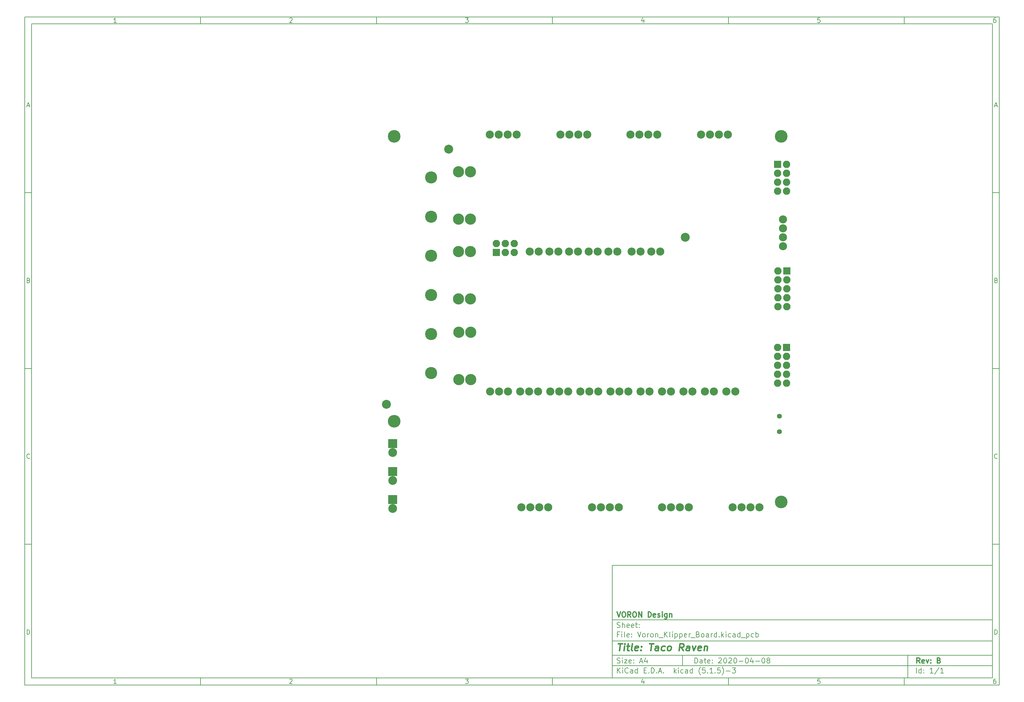
<source format=gbs>
G04 #@! TF.GenerationSoftware,KiCad,Pcbnew,(5.1.5)-3*
G04 #@! TF.CreationDate,2020-04-08T23:35:01-04:00*
G04 #@! TF.ProjectId,Voron_Klipper_Board,566f726f-6e5f-44b6-9c69-707065725f42,B*
G04 #@! TF.SameCoordinates,Original*
G04 #@! TF.FileFunction,Soldermask,Bot*
G04 #@! TF.FilePolarity,Negative*
%FSLAX46Y46*%
G04 Gerber Fmt 4.6, Leading zero omitted, Abs format (unit mm)*
G04 Created by KiCad (PCBNEW (5.1.5)-3) date 2020-04-08 23:35:01*
%MOMM*%
%LPD*%
G04 APERTURE LIST*
%ADD10C,0.100000*%
%ADD11C,0.150000*%
%ADD12C,0.300000*%
%ADD13C,0.400000*%
%ADD14C,2.305000*%
%ADD15C,2.540000*%
%ADD16C,3.600000*%
%ADD17C,3.448000*%
%ADD18C,3.180000*%
%ADD19O,2.100000X2.100000*%
%ADD20R,2.100000X2.100000*%
%ADD21C,2.500000*%
%ADD22R,2.500000X2.500000*%
%ADD23C,1.400000*%
G04 APERTURE END LIST*
D10*
D11*
X177002200Y-166007200D02*
X177002200Y-198007200D01*
X285002200Y-198007200D01*
X285002200Y-166007200D01*
X177002200Y-166007200D01*
D10*
D11*
X10000000Y-10000000D02*
X10000000Y-200007200D01*
X287002200Y-200007200D01*
X287002200Y-10000000D01*
X10000000Y-10000000D01*
D10*
D11*
X12000000Y-12000000D02*
X12000000Y-198007200D01*
X285002200Y-198007200D01*
X285002200Y-12000000D01*
X12000000Y-12000000D01*
D10*
D11*
X60000000Y-12000000D02*
X60000000Y-10000000D01*
D10*
D11*
X110000000Y-12000000D02*
X110000000Y-10000000D01*
D10*
D11*
X160000000Y-12000000D02*
X160000000Y-10000000D01*
D10*
D11*
X210000000Y-12000000D02*
X210000000Y-10000000D01*
D10*
D11*
X260000000Y-12000000D02*
X260000000Y-10000000D01*
D10*
D11*
X36065476Y-11588095D02*
X35322619Y-11588095D01*
X35694047Y-11588095D02*
X35694047Y-10288095D01*
X35570238Y-10473809D01*
X35446428Y-10597619D01*
X35322619Y-10659523D01*
D10*
D11*
X85322619Y-10411904D02*
X85384523Y-10350000D01*
X85508333Y-10288095D01*
X85817857Y-10288095D01*
X85941666Y-10350000D01*
X86003571Y-10411904D01*
X86065476Y-10535714D01*
X86065476Y-10659523D01*
X86003571Y-10845238D01*
X85260714Y-11588095D01*
X86065476Y-11588095D01*
D10*
D11*
X135260714Y-10288095D02*
X136065476Y-10288095D01*
X135632142Y-10783333D01*
X135817857Y-10783333D01*
X135941666Y-10845238D01*
X136003571Y-10907142D01*
X136065476Y-11030952D01*
X136065476Y-11340476D01*
X136003571Y-11464285D01*
X135941666Y-11526190D01*
X135817857Y-11588095D01*
X135446428Y-11588095D01*
X135322619Y-11526190D01*
X135260714Y-11464285D01*
D10*
D11*
X185941666Y-10721428D02*
X185941666Y-11588095D01*
X185632142Y-10226190D02*
X185322619Y-11154761D01*
X186127380Y-11154761D01*
D10*
D11*
X236003571Y-10288095D02*
X235384523Y-10288095D01*
X235322619Y-10907142D01*
X235384523Y-10845238D01*
X235508333Y-10783333D01*
X235817857Y-10783333D01*
X235941666Y-10845238D01*
X236003571Y-10907142D01*
X236065476Y-11030952D01*
X236065476Y-11340476D01*
X236003571Y-11464285D01*
X235941666Y-11526190D01*
X235817857Y-11588095D01*
X235508333Y-11588095D01*
X235384523Y-11526190D01*
X235322619Y-11464285D01*
D10*
D11*
X285941666Y-10288095D02*
X285694047Y-10288095D01*
X285570238Y-10350000D01*
X285508333Y-10411904D01*
X285384523Y-10597619D01*
X285322619Y-10845238D01*
X285322619Y-11340476D01*
X285384523Y-11464285D01*
X285446428Y-11526190D01*
X285570238Y-11588095D01*
X285817857Y-11588095D01*
X285941666Y-11526190D01*
X286003571Y-11464285D01*
X286065476Y-11340476D01*
X286065476Y-11030952D01*
X286003571Y-10907142D01*
X285941666Y-10845238D01*
X285817857Y-10783333D01*
X285570238Y-10783333D01*
X285446428Y-10845238D01*
X285384523Y-10907142D01*
X285322619Y-11030952D01*
D10*
D11*
X60000000Y-198007200D02*
X60000000Y-200007200D01*
D10*
D11*
X110000000Y-198007200D02*
X110000000Y-200007200D01*
D10*
D11*
X160000000Y-198007200D02*
X160000000Y-200007200D01*
D10*
D11*
X210000000Y-198007200D02*
X210000000Y-200007200D01*
D10*
D11*
X260000000Y-198007200D02*
X260000000Y-200007200D01*
D10*
D11*
X36065476Y-199595295D02*
X35322619Y-199595295D01*
X35694047Y-199595295D02*
X35694047Y-198295295D01*
X35570238Y-198481009D01*
X35446428Y-198604819D01*
X35322619Y-198666723D01*
D10*
D11*
X85322619Y-198419104D02*
X85384523Y-198357200D01*
X85508333Y-198295295D01*
X85817857Y-198295295D01*
X85941666Y-198357200D01*
X86003571Y-198419104D01*
X86065476Y-198542914D01*
X86065476Y-198666723D01*
X86003571Y-198852438D01*
X85260714Y-199595295D01*
X86065476Y-199595295D01*
D10*
D11*
X135260714Y-198295295D02*
X136065476Y-198295295D01*
X135632142Y-198790533D01*
X135817857Y-198790533D01*
X135941666Y-198852438D01*
X136003571Y-198914342D01*
X136065476Y-199038152D01*
X136065476Y-199347676D01*
X136003571Y-199471485D01*
X135941666Y-199533390D01*
X135817857Y-199595295D01*
X135446428Y-199595295D01*
X135322619Y-199533390D01*
X135260714Y-199471485D01*
D10*
D11*
X185941666Y-198728628D02*
X185941666Y-199595295D01*
X185632142Y-198233390D02*
X185322619Y-199161961D01*
X186127380Y-199161961D01*
D10*
D11*
X236003571Y-198295295D02*
X235384523Y-198295295D01*
X235322619Y-198914342D01*
X235384523Y-198852438D01*
X235508333Y-198790533D01*
X235817857Y-198790533D01*
X235941666Y-198852438D01*
X236003571Y-198914342D01*
X236065476Y-199038152D01*
X236065476Y-199347676D01*
X236003571Y-199471485D01*
X235941666Y-199533390D01*
X235817857Y-199595295D01*
X235508333Y-199595295D01*
X235384523Y-199533390D01*
X235322619Y-199471485D01*
D10*
D11*
X285941666Y-198295295D02*
X285694047Y-198295295D01*
X285570238Y-198357200D01*
X285508333Y-198419104D01*
X285384523Y-198604819D01*
X285322619Y-198852438D01*
X285322619Y-199347676D01*
X285384523Y-199471485D01*
X285446428Y-199533390D01*
X285570238Y-199595295D01*
X285817857Y-199595295D01*
X285941666Y-199533390D01*
X286003571Y-199471485D01*
X286065476Y-199347676D01*
X286065476Y-199038152D01*
X286003571Y-198914342D01*
X285941666Y-198852438D01*
X285817857Y-198790533D01*
X285570238Y-198790533D01*
X285446428Y-198852438D01*
X285384523Y-198914342D01*
X285322619Y-199038152D01*
D10*
D11*
X10000000Y-60000000D02*
X12000000Y-60000000D01*
D10*
D11*
X10000000Y-110000000D02*
X12000000Y-110000000D01*
D10*
D11*
X10000000Y-160000000D02*
X12000000Y-160000000D01*
D10*
D11*
X10690476Y-35216666D02*
X11309523Y-35216666D01*
X10566666Y-35588095D02*
X11000000Y-34288095D01*
X11433333Y-35588095D01*
D10*
D11*
X11092857Y-84907142D02*
X11278571Y-84969047D01*
X11340476Y-85030952D01*
X11402380Y-85154761D01*
X11402380Y-85340476D01*
X11340476Y-85464285D01*
X11278571Y-85526190D01*
X11154761Y-85588095D01*
X10659523Y-85588095D01*
X10659523Y-84288095D01*
X11092857Y-84288095D01*
X11216666Y-84350000D01*
X11278571Y-84411904D01*
X11340476Y-84535714D01*
X11340476Y-84659523D01*
X11278571Y-84783333D01*
X11216666Y-84845238D01*
X11092857Y-84907142D01*
X10659523Y-84907142D01*
D10*
D11*
X11402380Y-135464285D02*
X11340476Y-135526190D01*
X11154761Y-135588095D01*
X11030952Y-135588095D01*
X10845238Y-135526190D01*
X10721428Y-135402380D01*
X10659523Y-135278571D01*
X10597619Y-135030952D01*
X10597619Y-134845238D01*
X10659523Y-134597619D01*
X10721428Y-134473809D01*
X10845238Y-134350000D01*
X11030952Y-134288095D01*
X11154761Y-134288095D01*
X11340476Y-134350000D01*
X11402380Y-134411904D01*
D10*
D11*
X10659523Y-185588095D02*
X10659523Y-184288095D01*
X10969047Y-184288095D01*
X11154761Y-184350000D01*
X11278571Y-184473809D01*
X11340476Y-184597619D01*
X11402380Y-184845238D01*
X11402380Y-185030952D01*
X11340476Y-185278571D01*
X11278571Y-185402380D01*
X11154761Y-185526190D01*
X10969047Y-185588095D01*
X10659523Y-185588095D01*
D10*
D11*
X287002200Y-60000000D02*
X285002200Y-60000000D01*
D10*
D11*
X287002200Y-110000000D02*
X285002200Y-110000000D01*
D10*
D11*
X287002200Y-160000000D02*
X285002200Y-160000000D01*
D10*
D11*
X285692676Y-35216666D02*
X286311723Y-35216666D01*
X285568866Y-35588095D02*
X286002200Y-34288095D01*
X286435533Y-35588095D01*
D10*
D11*
X286095057Y-84907142D02*
X286280771Y-84969047D01*
X286342676Y-85030952D01*
X286404580Y-85154761D01*
X286404580Y-85340476D01*
X286342676Y-85464285D01*
X286280771Y-85526190D01*
X286156961Y-85588095D01*
X285661723Y-85588095D01*
X285661723Y-84288095D01*
X286095057Y-84288095D01*
X286218866Y-84350000D01*
X286280771Y-84411904D01*
X286342676Y-84535714D01*
X286342676Y-84659523D01*
X286280771Y-84783333D01*
X286218866Y-84845238D01*
X286095057Y-84907142D01*
X285661723Y-84907142D01*
D10*
D11*
X286404580Y-135464285D02*
X286342676Y-135526190D01*
X286156961Y-135588095D01*
X286033152Y-135588095D01*
X285847438Y-135526190D01*
X285723628Y-135402380D01*
X285661723Y-135278571D01*
X285599819Y-135030952D01*
X285599819Y-134845238D01*
X285661723Y-134597619D01*
X285723628Y-134473809D01*
X285847438Y-134350000D01*
X286033152Y-134288095D01*
X286156961Y-134288095D01*
X286342676Y-134350000D01*
X286404580Y-134411904D01*
D10*
D11*
X285661723Y-185588095D02*
X285661723Y-184288095D01*
X285971247Y-184288095D01*
X286156961Y-184350000D01*
X286280771Y-184473809D01*
X286342676Y-184597619D01*
X286404580Y-184845238D01*
X286404580Y-185030952D01*
X286342676Y-185278571D01*
X286280771Y-185402380D01*
X286156961Y-185526190D01*
X285971247Y-185588095D01*
X285661723Y-185588095D01*
D10*
D11*
X200434342Y-193785771D02*
X200434342Y-192285771D01*
X200791485Y-192285771D01*
X201005771Y-192357200D01*
X201148628Y-192500057D01*
X201220057Y-192642914D01*
X201291485Y-192928628D01*
X201291485Y-193142914D01*
X201220057Y-193428628D01*
X201148628Y-193571485D01*
X201005771Y-193714342D01*
X200791485Y-193785771D01*
X200434342Y-193785771D01*
X202577200Y-193785771D02*
X202577200Y-193000057D01*
X202505771Y-192857200D01*
X202362914Y-192785771D01*
X202077200Y-192785771D01*
X201934342Y-192857200D01*
X202577200Y-193714342D02*
X202434342Y-193785771D01*
X202077200Y-193785771D01*
X201934342Y-193714342D01*
X201862914Y-193571485D01*
X201862914Y-193428628D01*
X201934342Y-193285771D01*
X202077200Y-193214342D01*
X202434342Y-193214342D01*
X202577200Y-193142914D01*
X203077200Y-192785771D02*
X203648628Y-192785771D01*
X203291485Y-192285771D02*
X203291485Y-193571485D01*
X203362914Y-193714342D01*
X203505771Y-193785771D01*
X203648628Y-193785771D01*
X204720057Y-193714342D02*
X204577200Y-193785771D01*
X204291485Y-193785771D01*
X204148628Y-193714342D01*
X204077200Y-193571485D01*
X204077200Y-193000057D01*
X204148628Y-192857200D01*
X204291485Y-192785771D01*
X204577200Y-192785771D01*
X204720057Y-192857200D01*
X204791485Y-193000057D01*
X204791485Y-193142914D01*
X204077200Y-193285771D01*
X205434342Y-193642914D02*
X205505771Y-193714342D01*
X205434342Y-193785771D01*
X205362914Y-193714342D01*
X205434342Y-193642914D01*
X205434342Y-193785771D01*
X205434342Y-192857200D02*
X205505771Y-192928628D01*
X205434342Y-193000057D01*
X205362914Y-192928628D01*
X205434342Y-192857200D01*
X205434342Y-193000057D01*
X207220057Y-192428628D02*
X207291485Y-192357200D01*
X207434342Y-192285771D01*
X207791485Y-192285771D01*
X207934342Y-192357200D01*
X208005771Y-192428628D01*
X208077200Y-192571485D01*
X208077200Y-192714342D01*
X208005771Y-192928628D01*
X207148628Y-193785771D01*
X208077200Y-193785771D01*
X209005771Y-192285771D02*
X209148628Y-192285771D01*
X209291485Y-192357200D01*
X209362914Y-192428628D01*
X209434342Y-192571485D01*
X209505771Y-192857200D01*
X209505771Y-193214342D01*
X209434342Y-193500057D01*
X209362914Y-193642914D01*
X209291485Y-193714342D01*
X209148628Y-193785771D01*
X209005771Y-193785771D01*
X208862914Y-193714342D01*
X208791485Y-193642914D01*
X208720057Y-193500057D01*
X208648628Y-193214342D01*
X208648628Y-192857200D01*
X208720057Y-192571485D01*
X208791485Y-192428628D01*
X208862914Y-192357200D01*
X209005771Y-192285771D01*
X210077200Y-192428628D02*
X210148628Y-192357200D01*
X210291485Y-192285771D01*
X210648628Y-192285771D01*
X210791485Y-192357200D01*
X210862914Y-192428628D01*
X210934342Y-192571485D01*
X210934342Y-192714342D01*
X210862914Y-192928628D01*
X210005771Y-193785771D01*
X210934342Y-193785771D01*
X211862914Y-192285771D02*
X212005771Y-192285771D01*
X212148628Y-192357200D01*
X212220057Y-192428628D01*
X212291485Y-192571485D01*
X212362914Y-192857200D01*
X212362914Y-193214342D01*
X212291485Y-193500057D01*
X212220057Y-193642914D01*
X212148628Y-193714342D01*
X212005771Y-193785771D01*
X211862914Y-193785771D01*
X211720057Y-193714342D01*
X211648628Y-193642914D01*
X211577200Y-193500057D01*
X211505771Y-193214342D01*
X211505771Y-192857200D01*
X211577200Y-192571485D01*
X211648628Y-192428628D01*
X211720057Y-192357200D01*
X211862914Y-192285771D01*
X213005771Y-193214342D02*
X214148628Y-193214342D01*
X215148628Y-192285771D02*
X215291485Y-192285771D01*
X215434342Y-192357200D01*
X215505771Y-192428628D01*
X215577200Y-192571485D01*
X215648628Y-192857200D01*
X215648628Y-193214342D01*
X215577200Y-193500057D01*
X215505771Y-193642914D01*
X215434342Y-193714342D01*
X215291485Y-193785771D01*
X215148628Y-193785771D01*
X215005771Y-193714342D01*
X214934342Y-193642914D01*
X214862914Y-193500057D01*
X214791485Y-193214342D01*
X214791485Y-192857200D01*
X214862914Y-192571485D01*
X214934342Y-192428628D01*
X215005771Y-192357200D01*
X215148628Y-192285771D01*
X216934342Y-192785771D02*
X216934342Y-193785771D01*
X216577200Y-192214342D02*
X216220057Y-193285771D01*
X217148628Y-193285771D01*
X217720057Y-193214342D02*
X218862914Y-193214342D01*
X219862914Y-192285771D02*
X220005771Y-192285771D01*
X220148628Y-192357200D01*
X220220057Y-192428628D01*
X220291485Y-192571485D01*
X220362914Y-192857200D01*
X220362914Y-193214342D01*
X220291485Y-193500057D01*
X220220057Y-193642914D01*
X220148628Y-193714342D01*
X220005771Y-193785771D01*
X219862914Y-193785771D01*
X219720057Y-193714342D01*
X219648628Y-193642914D01*
X219577200Y-193500057D01*
X219505771Y-193214342D01*
X219505771Y-192857200D01*
X219577200Y-192571485D01*
X219648628Y-192428628D01*
X219720057Y-192357200D01*
X219862914Y-192285771D01*
X221220057Y-192928628D02*
X221077200Y-192857200D01*
X221005771Y-192785771D01*
X220934342Y-192642914D01*
X220934342Y-192571485D01*
X221005771Y-192428628D01*
X221077200Y-192357200D01*
X221220057Y-192285771D01*
X221505771Y-192285771D01*
X221648628Y-192357200D01*
X221720057Y-192428628D01*
X221791485Y-192571485D01*
X221791485Y-192642914D01*
X221720057Y-192785771D01*
X221648628Y-192857200D01*
X221505771Y-192928628D01*
X221220057Y-192928628D01*
X221077200Y-193000057D01*
X221005771Y-193071485D01*
X220934342Y-193214342D01*
X220934342Y-193500057D01*
X221005771Y-193642914D01*
X221077200Y-193714342D01*
X221220057Y-193785771D01*
X221505771Y-193785771D01*
X221648628Y-193714342D01*
X221720057Y-193642914D01*
X221791485Y-193500057D01*
X221791485Y-193214342D01*
X221720057Y-193071485D01*
X221648628Y-193000057D01*
X221505771Y-192928628D01*
D10*
D11*
X177002200Y-194507200D02*
X285002200Y-194507200D01*
D10*
D11*
X178434342Y-196585771D02*
X178434342Y-195085771D01*
X179291485Y-196585771D02*
X178648628Y-195728628D01*
X179291485Y-195085771D02*
X178434342Y-195942914D01*
X179934342Y-196585771D02*
X179934342Y-195585771D01*
X179934342Y-195085771D02*
X179862914Y-195157200D01*
X179934342Y-195228628D01*
X180005771Y-195157200D01*
X179934342Y-195085771D01*
X179934342Y-195228628D01*
X181505771Y-196442914D02*
X181434342Y-196514342D01*
X181220057Y-196585771D01*
X181077200Y-196585771D01*
X180862914Y-196514342D01*
X180720057Y-196371485D01*
X180648628Y-196228628D01*
X180577200Y-195942914D01*
X180577200Y-195728628D01*
X180648628Y-195442914D01*
X180720057Y-195300057D01*
X180862914Y-195157200D01*
X181077200Y-195085771D01*
X181220057Y-195085771D01*
X181434342Y-195157200D01*
X181505771Y-195228628D01*
X182791485Y-196585771D02*
X182791485Y-195800057D01*
X182720057Y-195657200D01*
X182577200Y-195585771D01*
X182291485Y-195585771D01*
X182148628Y-195657200D01*
X182791485Y-196514342D02*
X182648628Y-196585771D01*
X182291485Y-196585771D01*
X182148628Y-196514342D01*
X182077200Y-196371485D01*
X182077200Y-196228628D01*
X182148628Y-196085771D01*
X182291485Y-196014342D01*
X182648628Y-196014342D01*
X182791485Y-195942914D01*
X184148628Y-196585771D02*
X184148628Y-195085771D01*
X184148628Y-196514342D02*
X184005771Y-196585771D01*
X183720057Y-196585771D01*
X183577200Y-196514342D01*
X183505771Y-196442914D01*
X183434342Y-196300057D01*
X183434342Y-195871485D01*
X183505771Y-195728628D01*
X183577200Y-195657200D01*
X183720057Y-195585771D01*
X184005771Y-195585771D01*
X184148628Y-195657200D01*
X186005771Y-195800057D02*
X186505771Y-195800057D01*
X186720057Y-196585771D02*
X186005771Y-196585771D01*
X186005771Y-195085771D01*
X186720057Y-195085771D01*
X187362914Y-196442914D02*
X187434342Y-196514342D01*
X187362914Y-196585771D01*
X187291485Y-196514342D01*
X187362914Y-196442914D01*
X187362914Y-196585771D01*
X188077200Y-196585771D02*
X188077200Y-195085771D01*
X188434342Y-195085771D01*
X188648628Y-195157200D01*
X188791485Y-195300057D01*
X188862914Y-195442914D01*
X188934342Y-195728628D01*
X188934342Y-195942914D01*
X188862914Y-196228628D01*
X188791485Y-196371485D01*
X188648628Y-196514342D01*
X188434342Y-196585771D01*
X188077200Y-196585771D01*
X189577200Y-196442914D02*
X189648628Y-196514342D01*
X189577200Y-196585771D01*
X189505771Y-196514342D01*
X189577200Y-196442914D01*
X189577200Y-196585771D01*
X190220057Y-196157200D02*
X190934342Y-196157200D01*
X190077200Y-196585771D02*
X190577200Y-195085771D01*
X191077200Y-196585771D01*
X191577200Y-196442914D02*
X191648628Y-196514342D01*
X191577200Y-196585771D01*
X191505771Y-196514342D01*
X191577200Y-196442914D01*
X191577200Y-196585771D01*
X194577200Y-196585771D02*
X194577200Y-195085771D01*
X194720057Y-196014342D02*
X195148628Y-196585771D01*
X195148628Y-195585771D02*
X194577200Y-196157200D01*
X195791485Y-196585771D02*
X195791485Y-195585771D01*
X195791485Y-195085771D02*
X195720057Y-195157200D01*
X195791485Y-195228628D01*
X195862914Y-195157200D01*
X195791485Y-195085771D01*
X195791485Y-195228628D01*
X197148628Y-196514342D02*
X197005771Y-196585771D01*
X196720057Y-196585771D01*
X196577200Y-196514342D01*
X196505771Y-196442914D01*
X196434342Y-196300057D01*
X196434342Y-195871485D01*
X196505771Y-195728628D01*
X196577200Y-195657200D01*
X196720057Y-195585771D01*
X197005771Y-195585771D01*
X197148628Y-195657200D01*
X198434342Y-196585771D02*
X198434342Y-195800057D01*
X198362914Y-195657200D01*
X198220057Y-195585771D01*
X197934342Y-195585771D01*
X197791485Y-195657200D01*
X198434342Y-196514342D02*
X198291485Y-196585771D01*
X197934342Y-196585771D01*
X197791485Y-196514342D01*
X197720057Y-196371485D01*
X197720057Y-196228628D01*
X197791485Y-196085771D01*
X197934342Y-196014342D01*
X198291485Y-196014342D01*
X198434342Y-195942914D01*
X199791485Y-196585771D02*
X199791485Y-195085771D01*
X199791485Y-196514342D02*
X199648628Y-196585771D01*
X199362914Y-196585771D01*
X199220057Y-196514342D01*
X199148628Y-196442914D01*
X199077200Y-196300057D01*
X199077200Y-195871485D01*
X199148628Y-195728628D01*
X199220057Y-195657200D01*
X199362914Y-195585771D01*
X199648628Y-195585771D01*
X199791485Y-195657200D01*
X202077200Y-197157200D02*
X202005771Y-197085771D01*
X201862914Y-196871485D01*
X201791485Y-196728628D01*
X201720057Y-196514342D01*
X201648628Y-196157200D01*
X201648628Y-195871485D01*
X201720057Y-195514342D01*
X201791485Y-195300057D01*
X201862914Y-195157200D01*
X202005771Y-194942914D01*
X202077200Y-194871485D01*
X203362914Y-195085771D02*
X202648628Y-195085771D01*
X202577200Y-195800057D01*
X202648628Y-195728628D01*
X202791485Y-195657200D01*
X203148628Y-195657200D01*
X203291485Y-195728628D01*
X203362914Y-195800057D01*
X203434342Y-195942914D01*
X203434342Y-196300057D01*
X203362914Y-196442914D01*
X203291485Y-196514342D01*
X203148628Y-196585771D01*
X202791485Y-196585771D01*
X202648628Y-196514342D01*
X202577200Y-196442914D01*
X204077200Y-196442914D02*
X204148628Y-196514342D01*
X204077200Y-196585771D01*
X204005771Y-196514342D01*
X204077200Y-196442914D01*
X204077200Y-196585771D01*
X205577200Y-196585771D02*
X204720057Y-196585771D01*
X205148628Y-196585771D02*
X205148628Y-195085771D01*
X205005771Y-195300057D01*
X204862914Y-195442914D01*
X204720057Y-195514342D01*
X206220057Y-196442914D02*
X206291485Y-196514342D01*
X206220057Y-196585771D01*
X206148628Y-196514342D01*
X206220057Y-196442914D01*
X206220057Y-196585771D01*
X207648628Y-195085771D02*
X206934342Y-195085771D01*
X206862914Y-195800057D01*
X206934342Y-195728628D01*
X207077200Y-195657200D01*
X207434342Y-195657200D01*
X207577200Y-195728628D01*
X207648628Y-195800057D01*
X207720057Y-195942914D01*
X207720057Y-196300057D01*
X207648628Y-196442914D01*
X207577200Y-196514342D01*
X207434342Y-196585771D01*
X207077200Y-196585771D01*
X206934342Y-196514342D01*
X206862914Y-196442914D01*
X208220057Y-197157200D02*
X208291485Y-197085771D01*
X208434342Y-196871485D01*
X208505771Y-196728628D01*
X208577200Y-196514342D01*
X208648628Y-196157200D01*
X208648628Y-195871485D01*
X208577200Y-195514342D01*
X208505771Y-195300057D01*
X208434342Y-195157200D01*
X208291485Y-194942914D01*
X208220057Y-194871485D01*
X209362914Y-196014342D02*
X210505771Y-196014342D01*
X211077200Y-195085771D02*
X212005771Y-195085771D01*
X211505771Y-195657200D01*
X211720057Y-195657200D01*
X211862914Y-195728628D01*
X211934342Y-195800057D01*
X212005771Y-195942914D01*
X212005771Y-196300057D01*
X211934342Y-196442914D01*
X211862914Y-196514342D01*
X211720057Y-196585771D01*
X211291485Y-196585771D01*
X211148628Y-196514342D01*
X211077200Y-196442914D01*
D10*
D11*
X177002200Y-191507200D02*
X285002200Y-191507200D01*
D10*
D12*
X264411485Y-193785771D02*
X263911485Y-193071485D01*
X263554342Y-193785771D02*
X263554342Y-192285771D01*
X264125771Y-192285771D01*
X264268628Y-192357200D01*
X264340057Y-192428628D01*
X264411485Y-192571485D01*
X264411485Y-192785771D01*
X264340057Y-192928628D01*
X264268628Y-193000057D01*
X264125771Y-193071485D01*
X263554342Y-193071485D01*
X265625771Y-193714342D02*
X265482914Y-193785771D01*
X265197200Y-193785771D01*
X265054342Y-193714342D01*
X264982914Y-193571485D01*
X264982914Y-193000057D01*
X265054342Y-192857200D01*
X265197200Y-192785771D01*
X265482914Y-192785771D01*
X265625771Y-192857200D01*
X265697200Y-193000057D01*
X265697200Y-193142914D01*
X264982914Y-193285771D01*
X266197200Y-192785771D02*
X266554342Y-193785771D01*
X266911485Y-192785771D01*
X267482914Y-193642914D02*
X267554342Y-193714342D01*
X267482914Y-193785771D01*
X267411485Y-193714342D01*
X267482914Y-193642914D01*
X267482914Y-193785771D01*
X267482914Y-192857200D02*
X267554342Y-192928628D01*
X267482914Y-193000057D01*
X267411485Y-192928628D01*
X267482914Y-192857200D01*
X267482914Y-193000057D01*
X269840057Y-193000057D02*
X270054342Y-193071485D01*
X270125771Y-193142914D01*
X270197200Y-193285771D01*
X270197200Y-193500057D01*
X270125771Y-193642914D01*
X270054342Y-193714342D01*
X269911485Y-193785771D01*
X269340057Y-193785771D01*
X269340057Y-192285771D01*
X269840057Y-192285771D01*
X269982914Y-192357200D01*
X270054342Y-192428628D01*
X270125771Y-192571485D01*
X270125771Y-192714342D01*
X270054342Y-192857200D01*
X269982914Y-192928628D01*
X269840057Y-193000057D01*
X269340057Y-193000057D01*
D10*
D11*
X178362914Y-193714342D02*
X178577200Y-193785771D01*
X178934342Y-193785771D01*
X179077200Y-193714342D01*
X179148628Y-193642914D01*
X179220057Y-193500057D01*
X179220057Y-193357200D01*
X179148628Y-193214342D01*
X179077200Y-193142914D01*
X178934342Y-193071485D01*
X178648628Y-193000057D01*
X178505771Y-192928628D01*
X178434342Y-192857200D01*
X178362914Y-192714342D01*
X178362914Y-192571485D01*
X178434342Y-192428628D01*
X178505771Y-192357200D01*
X178648628Y-192285771D01*
X179005771Y-192285771D01*
X179220057Y-192357200D01*
X179862914Y-193785771D02*
X179862914Y-192785771D01*
X179862914Y-192285771D02*
X179791485Y-192357200D01*
X179862914Y-192428628D01*
X179934342Y-192357200D01*
X179862914Y-192285771D01*
X179862914Y-192428628D01*
X180434342Y-192785771D02*
X181220057Y-192785771D01*
X180434342Y-193785771D01*
X181220057Y-193785771D01*
X182362914Y-193714342D02*
X182220057Y-193785771D01*
X181934342Y-193785771D01*
X181791485Y-193714342D01*
X181720057Y-193571485D01*
X181720057Y-193000057D01*
X181791485Y-192857200D01*
X181934342Y-192785771D01*
X182220057Y-192785771D01*
X182362914Y-192857200D01*
X182434342Y-193000057D01*
X182434342Y-193142914D01*
X181720057Y-193285771D01*
X183077200Y-193642914D02*
X183148628Y-193714342D01*
X183077200Y-193785771D01*
X183005771Y-193714342D01*
X183077200Y-193642914D01*
X183077200Y-193785771D01*
X183077200Y-192857200D02*
X183148628Y-192928628D01*
X183077200Y-193000057D01*
X183005771Y-192928628D01*
X183077200Y-192857200D01*
X183077200Y-193000057D01*
X184862914Y-193357200D02*
X185577200Y-193357200D01*
X184720057Y-193785771D02*
X185220057Y-192285771D01*
X185720057Y-193785771D01*
X186862914Y-192785771D02*
X186862914Y-193785771D01*
X186505771Y-192214342D02*
X186148628Y-193285771D01*
X187077200Y-193285771D01*
D10*
D11*
X263434342Y-196585771D02*
X263434342Y-195085771D01*
X264791485Y-196585771D02*
X264791485Y-195085771D01*
X264791485Y-196514342D02*
X264648628Y-196585771D01*
X264362914Y-196585771D01*
X264220057Y-196514342D01*
X264148628Y-196442914D01*
X264077200Y-196300057D01*
X264077200Y-195871485D01*
X264148628Y-195728628D01*
X264220057Y-195657200D01*
X264362914Y-195585771D01*
X264648628Y-195585771D01*
X264791485Y-195657200D01*
X265505771Y-196442914D02*
X265577200Y-196514342D01*
X265505771Y-196585771D01*
X265434342Y-196514342D01*
X265505771Y-196442914D01*
X265505771Y-196585771D01*
X265505771Y-195657200D02*
X265577200Y-195728628D01*
X265505771Y-195800057D01*
X265434342Y-195728628D01*
X265505771Y-195657200D01*
X265505771Y-195800057D01*
X268148628Y-196585771D02*
X267291485Y-196585771D01*
X267720057Y-196585771D02*
X267720057Y-195085771D01*
X267577200Y-195300057D01*
X267434342Y-195442914D01*
X267291485Y-195514342D01*
X269862914Y-195014342D02*
X268577200Y-196942914D01*
X271148628Y-196585771D02*
X270291485Y-196585771D01*
X270720057Y-196585771D02*
X270720057Y-195085771D01*
X270577200Y-195300057D01*
X270434342Y-195442914D01*
X270291485Y-195514342D01*
D10*
D11*
X177002200Y-187507200D02*
X285002200Y-187507200D01*
D10*
D13*
X178714580Y-188211961D02*
X179857438Y-188211961D01*
X179036009Y-190211961D02*
X179286009Y-188211961D01*
X180274104Y-190211961D02*
X180440771Y-188878628D01*
X180524104Y-188211961D02*
X180416961Y-188307200D01*
X180500295Y-188402438D01*
X180607438Y-188307200D01*
X180524104Y-188211961D01*
X180500295Y-188402438D01*
X181107438Y-188878628D02*
X181869342Y-188878628D01*
X181476485Y-188211961D02*
X181262200Y-189926247D01*
X181333628Y-190116723D01*
X181512200Y-190211961D01*
X181702676Y-190211961D01*
X182655057Y-190211961D02*
X182476485Y-190116723D01*
X182405057Y-189926247D01*
X182619342Y-188211961D01*
X184190771Y-190116723D02*
X183988390Y-190211961D01*
X183607438Y-190211961D01*
X183428866Y-190116723D01*
X183357438Y-189926247D01*
X183452676Y-189164342D01*
X183571723Y-188973866D01*
X183774104Y-188878628D01*
X184155057Y-188878628D01*
X184333628Y-188973866D01*
X184405057Y-189164342D01*
X184381247Y-189354819D01*
X183405057Y-189545295D01*
X185155057Y-190021485D02*
X185238390Y-190116723D01*
X185131247Y-190211961D01*
X185047914Y-190116723D01*
X185155057Y-190021485D01*
X185131247Y-190211961D01*
X185286009Y-188973866D02*
X185369342Y-189069104D01*
X185262200Y-189164342D01*
X185178866Y-189069104D01*
X185286009Y-188973866D01*
X185262200Y-189164342D01*
X187571723Y-188211961D02*
X188714580Y-188211961D01*
X187893152Y-190211961D02*
X188143152Y-188211961D01*
X189988390Y-190211961D02*
X190119342Y-189164342D01*
X190047914Y-188973866D01*
X189869342Y-188878628D01*
X189488390Y-188878628D01*
X189286009Y-188973866D01*
X190000295Y-190116723D02*
X189797914Y-190211961D01*
X189321723Y-190211961D01*
X189143152Y-190116723D01*
X189071723Y-189926247D01*
X189095533Y-189735771D01*
X189214580Y-189545295D01*
X189416961Y-189450057D01*
X189893152Y-189450057D01*
X190095533Y-189354819D01*
X191809819Y-190116723D02*
X191607438Y-190211961D01*
X191226485Y-190211961D01*
X191047914Y-190116723D01*
X190964580Y-190021485D01*
X190893152Y-189831009D01*
X190964580Y-189259580D01*
X191083628Y-189069104D01*
X191190771Y-188973866D01*
X191393152Y-188878628D01*
X191774104Y-188878628D01*
X191952676Y-188973866D01*
X192940771Y-190211961D02*
X192762200Y-190116723D01*
X192678866Y-190021485D01*
X192607438Y-189831009D01*
X192678866Y-189259580D01*
X192797914Y-189069104D01*
X192905057Y-188973866D01*
X193107438Y-188878628D01*
X193393152Y-188878628D01*
X193571723Y-188973866D01*
X193655057Y-189069104D01*
X193726485Y-189259580D01*
X193655057Y-189831009D01*
X193536009Y-190021485D01*
X193428866Y-190116723D01*
X193226485Y-190211961D01*
X192940771Y-190211961D01*
X197131247Y-190211961D02*
X196583628Y-189259580D01*
X195988390Y-190211961D02*
X196238390Y-188211961D01*
X197000295Y-188211961D01*
X197178866Y-188307200D01*
X197262200Y-188402438D01*
X197333628Y-188592914D01*
X197297914Y-188878628D01*
X197178866Y-189069104D01*
X197071723Y-189164342D01*
X196869342Y-189259580D01*
X196107438Y-189259580D01*
X198845533Y-190211961D02*
X198976485Y-189164342D01*
X198905057Y-188973866D01*
X198726485Y-188878628D01*
X198345533Y-188878628D01*
X198143152Y-188973866D01*
X198857438Y-190116723D02*
X198655057Y-190211961D01*
X198178866Y-190211961D01*
X198000295Y-190116723D01*
X197928866Y-189926247D01*
X197952676Y-189735771D01*
X198071723Y-189545295D01*
X198274104Y-189450057D01*
X198750295Y-189450057D01*
X198952676Y-189354819D01*
X199774104Y-188878628D02*
X200083628Y-190211961D01*
X200726485Y-188878628D01*
X202095533Y-190116723D02*
X201893152Y-190211961D01*
X201512200Y-190211961D01*
X201333628Y-190116723D01*
X201262200Y-189926247D01*
X201357438Y-189164342D01*
X201476485Y-188973866D01*
X201678866Y-188878628D01*
X202059819Y-188878628D01*
X202238390Y-188973866D01*
X202309819Y-189164342D01*
X202286009Y-189354819D01*
X201309819Y-189545295D01*
X203202676Y-188878628D02*
X203036009Y-190211961D01*
X203178866Y-189069104D02*
X203286009Y-188973866D01*
X203488390Y-188878628D01*
X203774104Y-188878628D01*
X203952676Y-188973866D01*
X204024104Y-189164342D01*
X203893152Y-190211961D01*
D10*
D11*
X178934342Y-185600057D02*
X178434342Y-185600057D01*
X178434342Y-186385771D02*
X178434342Y-184885771D01*
X179148628Y-184885771D01*
X179720057Y-186385771D02*
X179720057Y-185385771D01*
X179720057Y-184885771D02*
X179648628Y-184957200D01*
X179720057Y-185028628D01*
X179791485Y-184957200D01*
X179720057Y-184885771D01*
X179720057Y-185028628D01*
X180648628Y-186385771D02*
X180505771Y-186314342D01*
X180434342Y-186171485D01*
X180434342Y-184885771D01*
X181791485Y-186314342D02*
X181648628Y-186385771D01*
X181362914Y-186385771D01*
X181220057Y-186314342D01*
X181148628Y-186171485D01*
X181148628Y-185600057D01*
X181220057Y-185457200D01*
X181362914Y-185385771D01*
X181648628Y-185385771D01*
X181791485Y-185457200D01*
X181862914Y-185600057D01*
X181862914Y-185742914D01*
X181148628Y-185885771D01*
X182505771Y-186242914D02*
X182577200Y-186314342D01*
X182505771Y-186385771D01*
X182434342Y-186314342D01*
X182505771Y-186242914D01*
X182505771Y-186385771D01*
X182505771Y-185457200D02*
X182577200Y-185528628D01*
X182505771Y-185600057D01*
X182434342Y-185528628D01*
X182505771Y-185457200D01*
X182505771Y-185600057D01*
X184148628Y-184885771D02*
X184648628Y-186385771D01*
X185148628Y-184885771D01*
X185862914Y-186385771D02*
X185720057Y-186314342D01*
X185648628Y-186242914D01*
X185577200Y-186100057D01*
X185577200Y-185671485D01*
X185648628Y-185528628D01*
X185720057Y-185457200D01*
X185862914Y-185385771D01*
X186077200Y-185385771D01*
X186220057Y-185457200D01*
X186291485Y-185528628D01*
X186362914Y-185671485D01*
X186362914Y-186100057D01*
X186291485Y-186242914D01*
X186220057Y-186314342D01*
X186077200Y-186385771D01*
X185862914Y-186385771D01*
X187005771Y-186385771D02*
X187005771Y-185385771D01*
X187005771Y-185671485D02*
X187077200Y-185528628D01*
X187148628Y-185457200D01*
X187291485Y-185385771D01*
X187434342Y-185385771D01*
X188148628Y-186385771D02*
X188005771Y-186314342D01*
X187934342Y-186242914D01*
X187862914Y-186100057D01*
X187862914Y-185671485D01*
X187934342Y-185528628D01*
X188005771Y-185457200D01*
X188148628Y-185385771D01*
X188362914Y-185385771D01*
X188505771Y-185457200D01*
X188577200Y-185528628D01*
X188648628Y-185671485D01*
X188648628Y-186100057D01*
X188577200Y-186242914D01*
X188505771Y-186314342D01*
X188362914Y-186385771D01*
X188148628Y-186385771D01*
X189291485Y-185385771D02*
X189291485Y-186385771D01*
X189291485Y-185528628D02*
X189362914Y-185457200D01*
X189505771Y-185385771D01*
X189720057Y-185385771D01*
X189862914Y-185457200D01*
X189934342Y-185600057D01*
X189934342Y-186385771D01*
X190291485Y-186528628D02*
X191434342Y-186528628D01*
X191791485Y-186385771D02*
X191791485Y-184885771D01*
X192648628Y-186385771D02*
X192005771Y-185528628D01*
X192648628Y-184885771D02*
X191791485Y-185742914D01*
X193505771Y-186385771D02*
X193362914Y-186314342D01*
X193291485Y-186171485D01*
X193291485Y-184885771D01*
X194077200Y-186385771D02*
X194077200Y-185385771D01*
X194077200Y-184885771D02*
X194005771Y-184957200D01*
X194077200Y-185028628D01*
X194148628Y-184957200D01*
X194077200Y-184885771D01*
X194077200Y-185028628D01*
X194791485Y-185385771D02*
X194791485Y-186885771D01*
X194791485Y-185457200D02*
X194934342Y-185385771D01*
X195220057Y-185385771D01*
X195362914Y-185457200D01*
X195434342Y-185528628D01*
X195505771Y-185671485D01*
X195505771Y-186100057D01*
X195434342Y-186242914D01*
X195362914Y-186314342D01*
X195220057Y-186385771D01*
X194934342Y-186385771D01*
X194791485Y-186314342D01*
X196148628Y-185385771D02*
X196148628Y-186885771D01*
X196148628Y-185457200D02*
X196291485Y-185385771D01*
X196577200Y-185385771D01*
X196720057Y-185457200D01*
X196791485Y-185528628D01*
X196862914Y-185671485D01*
X196862914Y-186100057D01*
X196791485Y-186242914D01*
X196720057Y-186314342D01*
X196577200Y-186385771D01*
X196291485Y-186385771D01*
X196148628Y-186314342D01*
X198077200Y-186314342D02*
X197934342Y-186385771D01*
X197648628Y-186385771D01*
X197505771Y-186314342D01*
X197434342Y-186171485D01*
X197434342Y-185600057D01*
X197505771Y-185457200D01*
X197648628Y-185385771D01*
X197934342Y-185385771D01*
X198077200Y-185457200D01*
X198148628Y-185600057D01*
X198148628Y-185742914D01*
X197434342Y-185885771D01*
X198791485Y-186385771D02*
X198791485Y-185385771D01*
X198791485Y-185671485D02*
X198862914Y-185528628D01*
X198934342Y-185457200D01*
X199077200Y-185385771D01*
X199220057Y-185385771D01*
X199362914Y-186528628D02*
X200505771Y-186528628D01*
X201362914Y-185600057D02*
X201577200Y-185671485D01*
X201648628Y-185742914D01*
X201720057Y-185885771D01*
X201720057Y-186100057D01*
X201648628Y-186242914D01*
X201577200Y-186314342D01*
X201434342Y-186385771D01*
X200862914Y-186385771D01*
X200862914Y-184885771D01*
X201362914Y-184885771D01*
X201505771Y-184957200D01*
X201577200Y-185028628D01*
X201648628Y-185171485D01*
X201648628Y-185314342D01*
X201577200Y-185457200D01*
X201505771Y-185528628D01*
X201362914Y-185600057D01*
X200862914Y-185600057D01*
X202577200Y-186385771D02*
X202434342Y-186314342D01*
X202362914Y-186242914D01*
X202291485Y-186100057D01*
X202291485Y-185671485D01*
X202362914Y-185528628D01*
X202434342Y-185457200D01*
X202577200Y-185385771D01*
X202791485Y-185385771D01*
X202934342Y-185457200D01*
X203005771Y-185528628D01*
X203077200Y-185671485D01*
X203077200Y-186100057D01*
X203005771Y-186242914D01*
X202934342Y-186314342D01*
X202791485Y-186385771D01*
X202577200Y-186385771D01*
X204362914Y-186385771D02*
X204362914Y-185600057D01*
X204291485Y-185457200D01*
X204148628Y-185385771D01*
X203862914Y-185385771D01*
X203720057Y-185457200D01*
X204362914Y-186314342D02*
X204220057Y-186385771D01*
X203862914Y-186385771D01*
X203720057Y-186314342D01*
X203648628Y-186171485D01*
X203648628Y-186028628D01*
X203720057Y-185885771D01*
X203862914Y-185814342D01*
X204220057Y-185814342D01*
X204362914Y-185742914D01*
X205077200Y-186385771D02*
X205077200Y-185385771D01*
X205077200Y-185671485D02*
X205148628Y-185528628D01*
X205220057Y-185457200D01*
X205362914Y-185385771D01*
X205505771Y-185385771D01*
X206648628Y-186385771D02*
X206648628Y-184885771D01*
X206648628Y-186314342D02*
X206505771Y-186385771D01*
X206220057Y-186385771D01*
X206077200Y-186314342D01*
X206005771Y-186242914D01*
X205934342Y-186100057D01*
X205934342Y-185671485D01*
X206005771Y-185528628D01*
X206077200Y-185457200D01*
X206220057Y-185385771D01*
X206505771Y-185385771D01*
X206648628Y-185457200D01*
X207362914Y-186242914D02*
X207434342Y-186314342D01*
X207362914Y-186385771D01*
X207291485Y-186314342D01*
X207362914Y-186242914D01*
X207362914Y-186385771D01*
X208077200Y-186385771D02*
X208077200Y-184885771D01*
X208220057Y-185814342D02*
X208648628Y-186385771D01*
X208648628Y-185385771D02*
X208077200Y-185957200D01*
X209291485Y-186385771D02*
X209291485Y-185385771D01*
X209291485Y-184885771D02*
X209220057Y-184957200D01*
X209291485Y-185028628D01*
X209362914Y-184957200D01*
X209291485Y-184885771D01*
X209291485Y-185028628D01*
X210648628Y-186314342D02*
X210505771Y-186385771D01*
X210220057Y-186385771D01*
X210077200Y-186314342D01*
X210005771Y-186242914D01*
X209934342Y-186100057D01*
X209934342Y-185671485D01*
X210005771Y-185528628D01*
X210077200Y-185457200D01*
X210220057Y-185385771D01*
X210505771Y-185385771D01*
X210648628Y-185457200D01*
X211934342Y-186385771D02*
X211934342Y-185600057D01*
X211862914Y-185457200D01*
X211720057Y-185385771D01*
X211434342Y-185385771D01*
X211291485Y-185457200D01*
X211934342Y-186314342D02*
X211791485Y-186385771D01*
X211434342Y-186385771D01*
X211291485Y-186314342D01*
X211220057Y-186171485D01*
X211220057Y-186028628D01*
X211291485Y-185885771D01*
X211434342Y-185814342D01*
X211791485Y-185814342D01*
X211934342Y-185742914D01*
X213291485Y-186385771D02*
X213291485Y-184885771D01*
X213291485Y-186314342D02*
X213148628Y-186385771D01*
X212862914Y-186385771D01*
X212720057Y-186314342D01*
X212648628Y-186242914D01*
X212577200Y-186100057D01*
X212577200Y-185671485D01*
X212648628Y-185528628D01*
X212720057Y-185457200D01*
X212862914Y-185385771D01*
X213148628Y-185385771D01*
X213291485Y-185457200D01*
X213648628Y-186528628D02*
X214791485Y-186528628D01*
X215148628Y-185385771D02*
X215148628Y-186885771D01*
X215148628Y-185457200D02*
X215291485Y-185385771D01*
X215577200Y-185385771D01*
X215720057Y-185457200D01*
X215791485Y-185528628D01*
X215862914Y-185671485D01*
X215862914Y-186100057D01*
X215791485Y-186242914D01*
X215720057Y-186314342D01*
X215577200Y-186385771D01*
X215291485Y-186385771D01*
X215148628Y-186314342D01*
X217148628Y-186314342D02*
X217005771Y-186385771D01*
X216720057Y-186385771D01*
X216577200Y-186314342D01*
X216505771Y-186242914D01*
X216434342Y-186100057D01*
X216434342Y-185671485D01*
X216505771Y-185528628D01*
X216577200Y-185457200D01*
X216720057Y-185385771D01*
X217005771Y-185385771D01*
X217148628Y-185457200D01*
X217791485Y-186385771D02*
X217791485Y-184885771D01*
X217791485Y-185457200D02*
X217934342Y-185385771D01*
X218220057Y-185385771D01*
X218362914Y-185457200D01*
X218434342Y-185528628D01*
X218505771Y-185671485D01*
X218505771Y-186100057D01*
X218434342Y-186242914D01*
X218362914Y-186314342D01*
X218220057Y-186385771D01*
X217934342Y-186385771D01*
X217791485Y-186314342D01*
D10*
D11*
X177002200Y-181507200D02*
X285002200Y-181507200D01*
D10*
D11*
X178362914Y-183614342D02*
X178577200Y-183685771D01*
X178934342Y-183685771D01*
X179077200Y-183614342D01*
X179148628Y-183542914D01*
X179220057Y-183400057D01*
X179220057Y-183257200D01*
X179148628Y-183114342D01*
X179077200Y-183042914D01*
X178934342Y-182971485D01*
X178648628Y-182900057D01*
X178505771Y-182828628D01*
X178434342Y-182757200D01*
X178362914Y-182614342D01*
X178362914Y-182471485D01*
X178434342Y-182328628D01*
X178505771Y-182257200D01*
X178648628Y-182185771D01*
X179005771Y-182185771D01*
X179220057Y-182257200D01*
X179862914Y-183685771D02*
X179862914Y-182185771D01*
X180505771Y-183685771D02*
X180505771Y-182900057D01*
X180434342Y-182757200D01*
X180291485Y-182685771D01*
X180077200Y-182685771D01*
X179934342Y-182757200D01*
X179862914Y-182828628D01*
X181791485Y-183614342D02*
X181648628Y-183685771D01*
X181362914Y-183685771D01*
X181220057Y-183614342D01*
X181148628Y-183471485D01*
X181148628Y-182900057D01*
X181220057Y-182757200D01*
X181362914Y-182685771D01*
X181648628Y-182685771D01*
X181791485Y-182757200D01*
X181862914Y-182900057D01*
X181862914Y-183042914D01*
X181148628Y-183185771D01*
X183077200Y-183614342D02*
X182934342Y-183685771D01*
X182648628Y-183685771D01*
X182505771Y-183614342D01*
X182434342Y-183471485D01*
X182434342Y-182900057D01*
X182505771Y-182757200D01*
X182648628Y-182685771D01*
X182934342Y-182685771D01*
X183077200Y-182757200D01*
X183148628Y-182900057D01*
X183148628Y-183042914D01*
X182434342Y-183185771D01*
X183577200Y-182685771D02*
X184148628Y-182685771D01*
X183791485Y-182185771D02*
X183791485Y-183471485D01*
X183862914Y-183614342D01*
X184005771Y-183685771D01*
X184148628Y-183685771D01*
X184648628Y-183542914D02*
X184720057Y-183614342D01*
X184648628Y-183685771D01*
X184577200Y-183614342D01*
X184648628Y-183542914D01*
X184648628Y-183685771D01*
X184648628Y-182757200D02*
X184720057Y-182828628D01*
X184648628Y-182900057D01*
X184577200Y-182828628D01*
X184648628Y-182757200D01*
X184648628Y-182900057D01*
D10*
D12*
X178340057Y-179185771D02*
X178840057Y-180685771D01*
X179340057Y-179185771D01*
X180125771Y-179185771D02*
X180411485Y-179185771D01*
X180554342Y-179257200D01*
X180697200Y-179400057D01*
X180768628Y-179685771D01*
X180768628Y-180185771D01*
X180697200Y-180471485D01*
X180554342Y-180614342D01*
X180411485Y-180685771D01*
X180125771Y-180685771D01*
X179982914Y-180614342D01*
X179840057Y-180471485D01*
X179768628Y-180185771D01*
X179768628Y-179685771D01*
X179840057Y-179400057D01*
X179982914Y-179257200D01*
X180125771Y-179185771D01*
X182268628Y-180685771D02*
X181768628Y-179971485D01*
X181411485Y-180685771D02*
X181411485Y-179185771D01*
X181982914Y-179185771D01*
X182125771Y-179257200D01*
X182197200Y-179328628D01*
X182268628Y-179471485D01*
X182268628Y-179685771D01*
X182197200Y-179828628D01*
X182125771Y-179900057D01*
X181982914Y-179971485D01*
X181411485Y-179971485D01*
X183197200Y-179185771D02*
X183482914Y-179185771D01*
X183625771Y-179257200D01*
X183768628Y-179400057D01*
X183840057Y-179685771D01*
X183840057Y-180185771D01*
X183768628Y-180471485D01*
X183625771Y-180614342D01*
X183482914Y-180685771D01*
X183197200Y-180685771D01*
X183054342Y-180614342D01*
X182911485Y-180471485D01*
X182840057Y-180185771D01*
X182840057Y-179685771D01*
X182911485Y-179400057D01*
X183054342Y-179257200D01*
X183197200Y-179185771D01*
X184482914Y-180685771D02*
X184482914Y-179185771D01*
X185340057Y-180685771D01*
X185340057Y-179185771D01*
X187197200Y-180685771D02*
X187197200Y-179185771D01*
X187554342Y-179185771D01*
X187768628Y-179257200D01*
X187911485Y-179400057D01*
X187982914Y-179542914D01*
X188054342Y-179828628D01*
X188054342Y-180042914D01*
X187982914Y-180328628D01*
X187911485Y-180471485D01*
X187768628Y-180614342D01*
X187554342Y-180685771D01*
X187197200Y-180685771D01*
X189268628Y-180614342D02*
X189125771Y-180685771D01*
X188840057Y-180685771D01*
X188697200Y-180614342D01*
X188625771Y-180471485D01*
X188625771Y-179900057D01*
X188697200Y-179757200D01*
X188840057Y-179685771D01*
X189125771Y-179685771D01*
X189268628Y-179757200D01*
X189340057Y-179900057D01*
X189340057Y-180042914D01*
X188625771Y-180185771D01*
X189911485Y-180614342D02*
X190054342Y-180685771D01*
X190340057Y-180685771D01*
X190482914Y-180614342D01*
X190554342Y-180471485D01*
X190554342Y-180400057D01*
X190482914Y-180257200D01*
X190340057Y-180185771D01*
X190125771Y-180185771D01*
X189982914Y-180114342D01*
X189911485Y-179971485D01*
X189911485Y-179900057D01*
X189982914Y-179757200D01*
X190125771Y-179685771D01*
X190340057Y-179685771D01*
X190482914Y-179757200D01*
X191197200Y-180685771D02*
X191197200Y-179685771D01*
X191197200Y-179185771D02*
X191125771Y-179257200D01*
X191197200Y-179328628D01*
X191268628Y-179257200D01*
X191197200Y-179185771D01*
X191197200Y-179328628D01*
X192554342Y-179685771D02*
X192554342Y-180900057D01*
X192482914Y-181042914D01*
X192411485Y-181114342D01*
X192268628Y-181185771D01*
X192054342Y-181185771D01*
X191911485Y-181114342D01*
X192554342Y-180614342D02*
X192411485Y-180685771D01*
X192125771Y-180685771D01*
X191982914Y-180614342D01*
X191911485Y-180542914D01*
X191840057Y-180400057D01*
X191840057Y-179971485D01*
X191911485Y-179828628D01*
X191982914Y-179757200D01*
X192125771Y-179685771D01*
X192411485Y-179685771D01*
X192554342Y-179757200D01*
X193268628Y-179685771D02*
X193268628Y-180685771D01*
X193268628Y-179828628D02*
X193340057Y-179757200D01*
X193482914Y-179685771D01*
X193697200Y-179685771D01*
X193840057Y-179757200D01*
X193911485Y-179900057D01*
X193911485Y-180685771D01*
D10*
D11*
X197002200Y-191507200D02*
X197002200Y-194507200D01*
D10*
D11*
X261002200Y-191507200D02*
X261002200Y-198007200D01*
D14*
X156072000Y-76740000D03*
X153532000Y-76740000D03*
X158810000Y-149500000D03*
X156270000Y-149500000D03*
X153730000Y-149500000D03*
X151190000Y-149500000D03*
X190610000Y-76740000D03*
X188070000Y-76740000D03*
X185028000Y-76740000D03*
X182488000Y-76740000D03*
X178424000Y-76740000D03*
X175884000Y-76740000D03*
X172836000Y-76740000D03*
X170296000Y-76740000D03*
X167248000Y-76740000D03*
X164708000Y-76740000D03*
X161660000Y-76740000D03*
X159120000Y-76740000D03*
X191130000Y-116500000D03*
X193670000Y-116500000D03*
X197230000Y-116500000D03*
X199770000Y-116500000D03*
X203340000Y-116500000D03*
X205880000Y-116500000D03*
X209430000Y-116500000D03*
X211970000Y-116500000D03*
X185030000Y-116500000D03*
X187570000Y-116500000D03*
X181540000Y-116500000D03*
X176460000Y-116500000D03*
X179000000Y-116500000D03*
X172990000Y-116500000D03*
X167910000Y-116500000D03*
X170450000Y-116500000D03*
X164440000Y-116500000D03*
X159360000Y-116500000D03*
X161900000Y-116500000D03*
X155890000Y-116500000D03*
X150810000Y-116500000D03*
X153350000Y-116500000D03*
X147340000Y-116500000D03*
X142260000Y-116500000D03*
X144800000Y-116500000D03*
X142190000Y-43500000D03*
X144730000Y-43500000D03*
X147270000Y-43500000D03*
X149810000Y-43500000D03*
X162240000Y-43500000D03*
X164780000Y-43500000D03*
X167320000Y-43500000D03*
X169860000Y-43500000D03*
X182190000Y-43500000D03*
X184730000Y-43500000D03*
X187270000Y-43500000D03*
X189810000Y-43500000D03*
X202190000Y-43500000D03*
X204730000Y-43500000D03*
X207270000Y-43500000D03*
X209810000Y-43500000D03*
X225525000Y-67570000D03*
X225525000Y-70110000D03*
X225525000Y-72650000D03*
X225525000Y-75190000D03*
X218810000Y-149500000D03*
X216270000Y-149500000D03*
X213730000Y-149500000D03*
X211190000Y-149500000D03*
X198750000Y-149500000D03*
X196210000Y-149500000D03*
X193670000Y-149500000D03*
X191130000Y-149500000D03*
X178810000Y-149500000D03*
X176270000Y-149500000D03*
X173730000Y-149500000D03*
X171190000Y-149500000D03*
D15*
X130475000Y-47575000D03*
D16*
X115000000Y-125000000D03*
D15*
X112850000Y-120175000D03*
X197750000Y-72650000D03*
D17*
X125500000Y-111313000D03*
X125500000Y-100187800D03*
X125500000Y-89062600D03*
X125500000Y-77937400D03*
X125500000Y-66812200D03*
X125500000Y-55687000D03*
D18*
X133350000Y-113156000D03*
X136750000Y-113156000D03*
X133350000Y-99694000D03*
X136750000Y-99694000D03*
D19*
X224046000Y-92387500D03*
X226586000Y-92387500D03*
X224046000Y-89847500D03*
X226586000Y-89847500D03*
X224046000Y-87307500D03*
X226586000Y-87307500D03*
X224046000Y-84767500D03*
X226586000Y-84767500D03*
X224046000Y-82227500D03*
D20*
X226586000Y-82227500D03*
D19*
X224010000Y-114160000D03*
X226550000Y-114160000D03*
X224010000Y-111620000D03*
X226550000Y-111620000D03*
X224010000Y-109080000D03*
X226550000Y-109080000D03*
X224010000Y-106540000D03*
X226550000Y-106540000D03*
X224010000Y-104000000D03*
D20*
X226550000Y-104000000D03*
D19*
X149130000Y-74410000D03*
X149130000Y-76950000D03*
X146590000Y-74410000D03*
X146590000Y-76950000D03*
X144050000Y-74410000D03*
D20*
X144050000Y-76950000D03*
D21*
X114580000Y-133900000D03*
D22*
X114580000Y-131360000D03*
D21*
X114580000Y-149806000D03*
D22*
X114580000Y-147266000D03*
D18*
X133300000Y-67500000D03*
X136700000Y-67500000D03*
X133300000Y-54038000D03*
X136700000Y-54038000D03*
X133300000Y-90231000D03*
X136700000Y-90231000D03*
X133300000Y-76769000D03*
X136700000Y-76769000D03*
D16*
X115000000Y-44000000D03*
X225000000Y-44000000D03*
X225000000Y-147975000D03*
D23*
X224475000Y-123525000D03*
X224475000Y-127925000D03*
D19*
X226525000Y-59520000D03*
X223985000Y-59520000D03*
X226525000Y-56980000D03*
X223985000Y-56980000D03*
X226525000Y-54440000D03*
X223985000Y-54440000D03*
X226525000Y-51900000D03*
D20*
X223985000Y-51900000D03*
D21*
X114580000Y-141853000D03*
D22*
X114580000Y-139313000D03*
M02*

</source>
